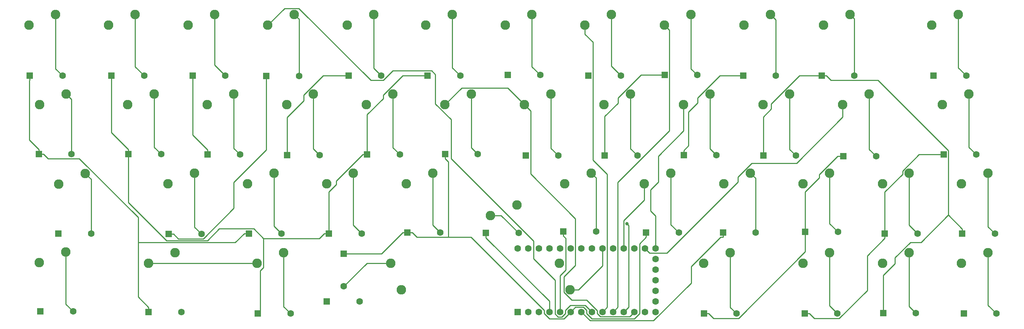
<source format=gbr>
G04 #@! TF.GenerationSoftware,KiCad,Pcbnew,(5.0.1-3-g963ef8bb5)*
G04 #@! TF.CreationDate,2018-12-21T01:17:29-08:00*
G04 #@! TF.ProjectId,snackymini-keyboard,736E61636B796D696E692D6B6579626F,rev?*
G04 #@! TF.SameCoordinates,Original*
G04 #@! TF.FileFunction,Copper,L2,Bot,Signal*
G04 #@! TF.FilePolarity,Positive*
%FSLAX46Y46*%
G04 Gerber Fmt 4.6, Leading zero omitted, Abs format (unit mm)*
G04 Created by KiCad (PCBNEW (5.0.1-3-g963ef8bb5)) date Friday, December 21, 2018 at 01:17:29 AM*
%MOMM*%
%LPD*%
G01*
G04 APERTURE LIST*
G04 #@! TA.AperFunction,ComponentPad*
%ADD10R,1.600000X1.600000*%
G04 #@! TD*
G04 #@! TA.AperFunction,ComponentPad*
%ADD11C,1.600000*%
G04 #@! TD*
G04 #@! TA.AperFunction,ComponentPad*
%ADD12C,2.286000*%
G04 #@! TD*
G04 #@! TA.AperFunction,ViaPad*
%ADD13C,0.800000*%
G04 #@! TD*
G04 #@! TA.AperFunction,Conductor*
%ADD14C,0.250000*%
G04 #@! TD*
G04 APERTURE END LIST*
D10*
G04 #@! TO.P,D1,1*
G04 #@! TO.N,ROW1*
X35724000Y-47625000D03*
D11*
G04 #@! TO.P,D1,2*
G04 #@! TO.N,Net-(D1-Pad2)*
X43524000Y-47625000D03*
G04 #@! TD*
D10*
G04 #@! TO.P,D2,1*
G04 #@! TO.N,ROW2*
X55282000Y-47625000D03*
D11*
G04 #@! TO.P,D2,2*
G04 #@! TO.N,Net-(D2-Pad2)*
X63082000Y-47625000D03*
G04 #@! TD*
G04 #@! TO.P,D3,2*
G04 #@! TO.N,Net-(D3-Pad2)*
X82513000Y-47625000D03*
D10*
G04 #@! TO.P,D3,1*
G04 #@! TO.N,ROW3*
X74713000Y-47625000D03*
G04 #@! TD*
D11*
G04 #@! TO.P,D4,2*
G04 #@! TO.N,Net-(D4-Pad2)*
X100166000Y-47752000D03*
D10*
G04 #@! TO.P,D4,1*
G04 #@! TO.N,ROW4*
X92366000Y-47752000D03*
G04 #@! TD*
G04 #@! TO.P,D5,1*
G04 #@! TO.N,ROW1*
X112051000Y-47625000D03*
D11*
G04 #@! TO.P,D5,2*
G04 #@! TO.N,Net-(D5-Pad2)*
X119851000Y-47625000D03*
G04 #@! TD*
D10*
G04 #@! TO.P,D6,1*
G04 #@! TO.N,ROW2*
X130974000Y-47625000D03*
D11*
G04 #@! TO.P,D6,2*
G04 #@! TO.N,Net-(D6-Pad2)*
X138774000Y-47625000D03*
G04 #@! TD*
G04 #@! TO.P,D7,2*
G04 #@! TO.N,Net-(D7-Pad2)*
X157951000Y-47498000D03*
D10*
G04 #@! TO.P,D7,1*
G04 #@! TO.N,ROW3*
X150151000Y-47498000D03*
G04 #@! TD*
D11*
G04 #@! TO.P,D8,2*
G04 #@! TO.N,Net-(D8-Pad2)*
X177255000Y-47625000D03*
D10*
G04 #@! TO.P,D8,1*
G04 #@! TO.N,ROW4*
X169455000Y-47625000D03*
G04 #@! TD*
G04 #@! TO.P,D9,1*
G04 #@! TO.N,ROW1*
X187743000Y-47498000D03*
D11*
G04 #@! TO.P,D9,2*
G04 #@! TO.N,Net-(D9-Pad2)*
X195543000Y-47498000D03*
G04 #@! TD*
D10*
G04 #@! TO.P,D10,1*
G04 #@! TO.N,ROW2*
X206539000Y-47625000D03*
D11*
G04 #@! TO.P,D10,2*
G04 #@! TO.N,Net-(D10-Pad2)*
X214339000Y-47625000D03*
G04 #@! TD*
G04 #@! TO.P,D11,2*
G04 #@! TO.N,Net-(D11-Pad2)*
X233135000Y-47625000D03*
D10*
G04 #@! TO.P,D11,1*
G04 #@! TO.N,ROW3*
X225335000Y-47625000D03*
G04 #@! TD*
D11*
G04 #@! TO.P,D12,2*
G04 #@! TO.N,Net-(D12-Pad2)*
X259932000Y-47625000D03*
D10*
G04 #@! TO.P,D12,1*
G04 #@! TO.N,ROW4*
X252132000Y-47625000D03*
G04 #@! TD*
G04 #@! TO.P,D13,1*
G04 #@! TO.N,ROW1*
X37883000Y-66421000D03*
D11*
G04 #@! TO.P,D13,2*
G04 #@! TO.N,Net-(D13-Pad2)*
X45683000Y-66421000D03*
G04 #@! TD*
D10*
G04 #@! TO.P,D14,1*
G04 #@! TO.N,ROW2*
X59346000Y-66421000D03*
D11*
G04 #@! TO.P,D14,2*
G04 #@! TO.N,Net-(D14-Pad2)*
X67146000Y-66421000D03*
G04 #@! TD*
G04 #@! TO.P,D15,2*
G04 #@! TO.N,Net-(D15-Pad2)*
X86069000Y-66548000D03*
D10*
G04 #@! TO.P,D15,1*
G04 #@! TO.N,ROW3*
X78269000Y-66548000D03*
G04 #@! TD*
G04 #@! TO.P,D16,1*
G04 #@! TO.N,ROW1*
X97319000Y-66675000D03*
D11*
G04 #@! TO.P,D16,2*
G04 #@! TO.N,Net-(D16-Pad2)*
X105119000Y-66675000D03*
G04 #@! TD*
D10*
G04 #@! TO.P,D17,1*
G04 #@! TO.N,ROW2*
X116496000Y-66548000D03*
D11*
G04 #@! TO.P,D17,2*
G04 #@! TO.N,Net-(D17-Pad2)*
X124296000Y-66548000D03*
G04 #@! TD*
G04 #@! TO.P,D18,2*
G04 #@! TO.N,Net-(D18-Pad2)*
X142965000Y-66421000D03*
D10*
G04 #@! TO.P,D18,1*
G04 #@! TO.N,ROW3*
X135165000Y-66421000D03*
G04 #@! TD*
D11*
G04 #@! TO.P,D19,2*
G04 #@! TO.N,Net-(D19-Pad2)*
X162269000Y-66802000D03*
D10*
G04 #@! TO.P,D19,1*
G04 #@! TO.N,ROW4*
X154469000Y-66802000D03*
G04 #@! TD*
G04 #@! TO.P,D20,1*
G04 #@! TO.N,ROW1*
X173392000Y-66802000D03*
D11*
G04 #@! TO.P,D20,2*
G04 #@! TO.N,Net-(D20-Pad2)*
X181192000Y-66802000D03*
G04 #@! TD*
D10*
G04 #@! TO.P,D21,1*
G04 #@! TO.N,ROW2*
X192315000Y-66675000D03*
D11*
G04 #@! TO.P,D21,2*
G04 #@! TO.N,Net-(D21-Pad2)*
X200115000Y-66675000D03*
G04 #@! TD*
G04 #@! TO.P,D22,2*
G04 #@! TO.N,Net-(D22-Pad2)*
X219165000Y-66802000D03*
D10*
G04 #@! TO.P,D22,1*
G04 #@! TO.N,ROW3*
X211365000Y-66802000D03*
G04 #@! TD*
G04 #@! TO.P,D23,1*
G04 #@! TO.N,ROW1*
X230542000Y-66929000D03*
D11*
G04 #@! TO.P,D23,2*
G04 #@! TO.N,Net-(D23-Pad2)*
X238342000Y-66929000D03*
G04 #@! TD*
D10*
G04 #@! TO.P,D24,1*
G04 #@! TO.N,ROW2*
X254545000Y-66548000D03*
D11*
G04 #@! TO.P,D24,2*
G04 #@! TO.N,Net-(D24-Pad2)*
X262345000Y-66548000D03*
G04 #@! TD*
G04 #@! TO.P,D25,2*
G04 #@! TO.N,Net-(D25-Pad2)*
X50382000Y-85471000D03*
D10*
G04 #@! TO.P,D25,1*
G04 #@! TO.N,ROW3*
X42582000Y-85471000D03*
G04 #@! TD*
D11*
G04 #@! TO.P,D26,2*
G04 #@! TO.N,Net-(D26-Pad2)*
X76798000Y-85598000D03*
D10*
G04 #@! TO.P,D26,1*
G04 #@! TO.N,ROW4*
X68998000Y-85598000D03*
G04 #@! TD*
G04 #@! TO.P,D27,1*
G04 #@! TO.N,ROW1*
X88175000Y-85471000D03*
D11*
G04 #@! TO.P,D27,2*
G04 #@! TO.N,Net-(D27-Pad2)*
X95975000Y-85471000D03*
G04 #@! TD*
D10*
G04 #@! TO.P,D28,1*
G04 #@! TO.N,ROW2*
X107352000Y-85471000D03*
D11*
G04 #@! TO.P,D28,2*
G04 #@! TO.N,Net-(D28-Pad2)*
X115152000Y-85471000D03*
G04 #@! TD*
G04 #@! TO.P,D29,2*
G04 #@! TO.N,Net-(D29-Pad2)*
X133948000Y-85217000D03*
D10*
G04 #@! TO.P,D29,1*
G04 #@! TO.N,ROW3*
X126148000Y-85217000D03*
G04 #@! TD*
G04 #@! TO.P,D30,1*
G04 #@! TO.N,ROW1*
X144944000Y-85344000D03*
D11*
G04 #@! TO.P,D30,2*
G04 #@! TO.N,Net-(D30-Pad2)*
X152744000Y-85344000D03*
G04 #@! TD*
D10*
G04 #@! TO.P,D31,1*
G04 #@! TO.N,ROW2*
X163486000Y-84963000D03*
D11*
G04 #@! TO.P,D31,2*
G04 #@! TO.N,Net-(D31-Pad2)*
X171286000Y-84963000D03*
G04 #@! TD*
G04 #@! TO.P,D32,2*
G04 #@! TO.N,Net-(D32-Pad2)*
X191098000Y-85217000D03*
D10*
G04 #@! TO.P,D32,1*
G04 #@! TO.N,ROW3*
X183298000Y-85217000D03*
G04 #@! TD*
D11*
G04 #@! TO.P,D33,2*
G04 #@! TO.N,Net-(D33-Pad2)*
X209513000Y-85217000D03*
D10*
G04 #@! TO.P,D33,1*
G04 #@! TO.N,ROW4*
X201713000Y-85217000D03*
G04 #@! TD*
G04 #@! TO.P,D34,1*
G04 #@! TO.N,ROW1*
X221398000Y-85090000D03*
D11*
G04 #@! TO.P,D34,2*
G04 #@! TO.N,Net-(D34-Pad2)*
X229198000Y-85090000D03*
G04 #@! TD*
D10*
G04 #@! TO.P,D35,1*
G04 #@! TO.N,ROW2*
X240448000Y-85471000D03*
D11*
G04 #@! TO.P,D35,2*
G04 #@! TO.N,Net-(D35-Pad2)*
X248248000Y-85471000D03*
G04 #@! TD*
G04 #@! TO.P,D36,2*
G04 #@! TO.N,Net-(D36-Pad2)*
X266790000Y-85471000D03*
D10*
G04 #@! TO.P,D36,1*
G04 #@! TO.N,ROW3*
X258990000Y-85471000D03*
G04 #@! TD*
D11*
G04 #@! TO.P,D37,2*
G04 #@! TO.N,Net-(D37-Pad2)*
X46064000Y-104140000D03*
D10*
G04 #@! TO.P,D37,1*
G04 #@! TO.N,ROW4*
X38264000Y-104140000D03*
G04 #@! TD*
G04 #@! TO.P,D38,1*
G04 #@! TO.N,ROW1*
X64172000Y-104267000D03*
D11*
G04 #@! TO.P,D38,2*
G04 #@! TO.N,Net-(D38-Pad2)*
X71972000Y-104267000D03*
G04 #@! TD*
D10*
G04 #@! TO.P,D39,1*
G04 #@! TO.N,ROW2*
X90334000Y-104648000D03*
D11*
G04 #@! TO.P,D39,2*
G04 #@! TO.N,Net-(D39-Pad2)*
X98134000Y-104648000D03*
G04 #@! TD*
G04 #@! TO.P,D40,2*
G04 #@! TO.N,Net-(D40-Pad2)*
X110871000Y-98134000D03*
D10*
G04 #@! TO.P,D40,1*
G04 #@! TO.N,ROW3*
X110871000Y-90334000D03*
G04 #@! TD*
D11*
G04 #@! TO.P,D41,2*
G04 #@! TO.N,Net-(D41-Pad2)*
X114644000Y-101727000D03*
D10*
G04 #@! TO.P,D41,1*
G04 #@! TO.N,ROW4*
X106844000Y-101727000D03*
G04 #@! TD*
G04 #@! TO.P,D42,1*
G04 #@! TO.N,ROW1*
X197141000Y-104648000D03*
D11*
G04 #@! TO.P,D42,2*
G04 #@! TO.N,Net-(D42-Pad2)*
X204941000Y-104648000D03*
G04 #@! TD*
G04 #@! TO.P,D43,2*
G04 #@! TO.N,Net-(D43-Pad2)*
X229071000Y-104648000D03*
D10*
G04 #@! TO.P,D43,1*
G04 #@! TO.N,ROW2*
X221271000Y-104648000D03*
G04 #@! TD*
D11*
G04 #@! TO.P,D44,2*
G04 #@! TO.N,Net-(D44-Pad2)*
X247867000Y-104521000D03*
D10*
G04 #@! TO.P,D44,1*
G04 #@! TO.N,ROW3*
X240067000Y-104521000D03*
G04 #@! TD*
D11*
G04 #@! TO.P,D45,2*
G04 #@! TO.N,Net-(D45-Pad2)*
X267171000Y-104648000D03*
D10*
G04 #@! TO.P,D45,1*
G04 #@! TO.N,ROW4*
X259371000Y-104648000D03*
G04 #@! TD*
D12*
G04 #@! TO.P,SW1,1*
G04 #@! TO.N,Net-(D1-Pad2)*
X41910000Y-33020000D03*
G04 #@! TO.P,SW1,2*
G04 #@! TO.N,COL1*
X35560000Y-35560000D03*
G04 #@! TD*
G04 #@! TO.P,SW2,2*
G04 #@! TO.N,COL1*
X54610000Y-35560000D03*
G04 #@! TO.P,SW2,1*
G04 #@! TO.N,Net-(D2-Pad2)*
X60960000Y-33020000D03*
G04 #@! TD*
G04 #@! TO.P,SW3,1*
G04 #@! TO.N,Net-(D3-Pad2)*
X80010000Y-33020000D03*
G04 #@! TO.P,SW3,2*
G04 #@! TO.N,COL1*
X73660000Y-35560000D03*
G04 #@! TD*
G04 #@! TO.P,SW4,1*
G04 #@! TO.N,Net-(D4-Pad2)*
X99060000Y-33020000D03*
G04 #@! TO.P,SW4,2*
G04 #@! TO.N,COL1*
X92710000Y-35560000D03*
G04 #@! TD*
G04 #@! TO.P,SW5,1*
G04 #@! TO.N,Net-(D5-Pad2)*
X118110000Y-33020000D03*
G04 #@! TO.P,SW5,2*
G04 #@! TO.N,COL2*
X111760000Y-35560000D03*
G04 #@! TD*
G04 #@! TO.P,SW6,2*
G04 #@! TO.N,COL2*
X130556000Y-35560000D03*
G04 #@! TO.P,SW6,1*
G04 #@! TO.N,Net-(D6-Pad2)*
X136906000Y-33020000D03*
G04 #@! TD*
G04 #@! TO.P,SW7,1*
G04 #@! TO.N,Net-(D7-Pad2)*
X155956000Y-33020000D03*
G04 #@! TO.P,SW7,2*
G04 #@! TO.N,COL2*
X149606000Y-35560000D03*
G04 #@! TD*
G04 #@! TO.P,SW8,1*
G04 #@! TO.N,Net-(D8-Pad2)*
X175006000Y-33020000D03*
G04 #@! TO.P,SW8,2*
G04 #@! TO.N,COL2*
X168656000Y-35560000D03*
G04 #@! TD*
G04 #@! TO.P,SW9,2*
G04 #@! TO.N,COL3*
X187706000Y-35560000D03*
G04 #@! TO.P,SW9,1*
G04 #@! TO.N,Net-(D9-Pad2)*
X194056000Y-33020000D03*
G04 #@! TD*
G04 #@! TO.P,SW10,2*
G04 #@! TO.N,COL3*
X206756000Y-35560000D03*
G04 #@! TO.P,SW10,1*
G04 #@! TO.N,Net-(D10-Pad2)*
X213106000Y-33020000D03*
G04 #@! TD*
G04 #@! TO.P,SW11,1*
G04 #@! TO.N,Net-(D11-Pad2)*
X232156000Y-33020000D03*
G04 #@! TO.P,SW11,2*
G04 #@! TO.N,COL3*
X225806000Y-35560000D03*
G04 #@! TD*
G04 #@! TO.P,SW12,1*
G04 #@! TO.N,Net-(D12-Pad2)*
X258064000Y-33020000D03*
G04 #@! TO.P,SW12,2*
G04 #@! TO.N,COL3*
X251714000Y-35560000D03*
G04 #@! TD*
G04 #@! TO.P,SW13,2*
G04 #@! TO.N,COL4*
X38100000Y-54610000D03*
G04 #@! TO.P,SW13,1*
G04 #@! TO.N,Net-(D13-Pad2)*
X44450000Y-52070000D03*
G04 #@! TD*
G04 #@! TO.P,SW14,2*
G04 #@! TO.N,COL4*
X59182000Y-54610000D03*
G04 #@! TO.P,SW14,1*
G04 #@! TO.N,Net-(D14-Pad2)*
X65532000Y-52070000D03*
G04 #@! TD*
G04 #@! TO.P,SW15,1*
G04 #@! TO.N,Net-(D15-Pad2)*
X84582000Y-52070000D03*
G04 #@! TO.P,SW15,2*
G04 #@! TO.N,COL4*
X78232000Y-54610000D03*
G04 #@! TD*
G04 #@! TO.P,SW16,2*
G04 #@! TO.N,COL5*
X97282000Y-54610000D03*
G04 #@! TO.P,SW16,1*
G04 #@! TO.N,Net-(D16-Pad2)*
X103632000Y-52070000D03*
G04 #@! TD*
G04 #@! TO.P,SW17,2*
G04 #@! TO.N,COL5*
X116332000Y-54610000D03*
G04 #@! TO.P,SW17,1*
G04 #@! TO.N,Net-(D17-Pad2)*
X122682000Y-52070000D03*
G04 #@! TD*
G04 #@! TO.P,SW18,1*
G04 #@! TO.N,Net-(D18-Pad2)*
X141478000Y-52070000D03*
G04 #@! TO.P,SW18,2*
G04 #@! TO.N,COL5*
X135128000Y-54610000D03*
G04 #@! TD*
G04 #@! TO.P,SW19,1*
G04 #@! TO.N,Net-(D19-Pad2)*
X160528000Y-52070000D03*
G04 #@! TO.P,SW19,2*
G04 #@! TO.N,COL5*
X154178000Y-54610000D03*
G04 #@! TD*
G04 #@! TO.P,SW20,2*
G04 #@! TO.N,COL6*
X173228000Y-54610000D03*
G04 #@! TO.P,SW20,1*
G04 #@! TO.N,Net-(D20-Pad2)*
X179578000Y-52070000D03*
G04 #@! TD*
G04 #@! TO.P,SW21,2*
G04 #@! TO.N,COL6*
X192278000Y-54610000D03*
G04 #@! TO.P,SW21,1*
G04 #@! TO.N,Net-(D21-Pad2)*
X198628000Y-52070000D03*
G04 #@! TD*
G04 #@! TO.P,SW22,1*
G04 #@! TO.N,Net-(D22-Pad2)*
X217678000Y-52070000D03*
G04 #@! TO.P,SW22,2*
G04 #@! TO.N,COL6*
X211328000Y-54610000D03*
G04 #@! TD*
G04 #@! TO.P,SW23,2*
G04 #@! TO.N,COL7*
X230378000Y-54610000D03*
G04 #@! TO.P,SW23,1*
G04 #@! TO.N,Net-(D23-Pad2)*
X236728000Y-52070000D03*
G04 #@! TD*
G04 #@! TO.P,SW24,2*
G04 #@! TO.N,COL7*
X254254000Y-54610000D03*
G04 #@! TO.P,SW24,1*
G04 #@! TO.N,Net-(D24-Pad2)*
X260604000Y-52070000D03*
G04 #@! TD*
G04 #@! TO.P,SW25,1*
G04 #@! TO.N,Net-(D25-Pad2)*
X49022000Y-71120000D03*
G04 #@! TO.P,SW25,2*
G04 #@! TO.N,COL7*
X42672000Y-73660000D03*
G04 #@! TD*
G04 #@! TO.P,SW26,1*
G04 #@! TO.N,Net-(D26-Pad2)*
X75184000Y-70993000D03*
G04 #@! TO.P,SW26,2*
G04 #@! TO.N,COL7*
X68834000Y-73533000D03*
G04 #@! TD*
G04 #@! TO.P,SW27,2*
G04 #@! TO.N,COL8*
X87884000Y-73533000D03*
G04 #@! TO.P,SW27,1*
G04 #@! TO.N,Net-(D27-Pad2)*
X94234000Y-70993000D03*
G04 #@! TD*
G04 #@! TO.P,SW28,2*
G04 #@! TO.N,COL8*
X106807000Y-73533000D03*
G04 #@! TO.P,SW28,1*
G04 #@! TO.N,Net-(D28-Pad2)*
X113157000Y-70993000D03*
G04 #@! TD*
G04 #@! TO.P,SW29,1*
G04 #@! TO.N,Net-(D29-Pad2)*
X132207000Y-70993000D03*
G04 #@! TO.P,SW29,2*
G04 #@! TO.N,COL8*
X125857000Y-73533000D03*
G04 #@! TD*
G04 #@! TO.P,SW30,2*
G04 #@! TO.N,COL9*
X152400000Y-78613000D03*
G04 #@! TO.P,SW30,1*
G04 #@! TO.N,Net-(D30-Pad2)*
X146050000Y-81153000D03*
G04 #@! TD*
G04 #@! TO.P,SW31,2*
G04 #@! TO.N,COL9*
X163830000Y-73533000D03*
G04 #@! TO.P,SW31,1*
G04 #@! TO.N,Net-(D31-Pad2)*
X170180000Y-70993000D03*
G04 #@! TD*
G04 #@! TO.P,SW32,1*
G04 #@! TO.N,Net-(D32-Pad2)*
X189230000Y-70993000D03*
G04 #@! TO.P,SW32,2*
G04 #@! TO.N,COL9*
X182880000Y-73533000D03*
G04 #@! TD*
G04 #@! TO.P,SW33,2*
G04 #@! TO.N,COL9*
X201930000Y-73533000D03*
G04 #@! TO.P,SW33,1*
G04 #@! TO.N,Net-(D33-Pad2)*
X208280000Y-70993000D03*
G04 #@! TD*
G04 #@! TO.P,SW34,2*
G04 #@! TO.N,COL10*
X220853000Y-73533000D03*
G04 #@! TO.P,SW34,1*
G04 #@! TO.N,Net-(D34-Pad2)*
X227203000Y-70993000D03*
G04 #@! TD*
G04 #@! TO.P,SW35,2*
G04 #@! TO.N,COL10*
X239903000Y-73533000D03*
G04 #@! TO.P,SW35,1*
G04 #@! TO.N,Net-(D35-Pad2)*
X246253000Y-70993000D03*
G04 #@! TD*
G04 #@! TO.P,SW36,1*
G04 #@! TO.N,Net-(D36-Pad2)*
X265176000Y-70993000D03*
G04 #@! TO.P,SW36,2*
G04 #@! TO.N,COL10*
X258826000Y-73533000D03*
G04 #@! TD*
G04 #@! TO.P,SW37,1*
G04 #@! TO.N,Net-(D37-Pad2)*
X44323000Y-89916000D03*
G04 #@! TO.P,SW37,2*
G04 #@! TO.N,COL10*
X37973000Y-92456000D03*
G04 #@! TD*
G04 #@! TO.P,SW38,2*
G04 #@! TO.N,COL11*
X64135000Y-92583000D03*
G04 #@! TO.P,SW38,1*
G04 #@! TO.N,Net-(D38-Pad2)*
X70485000Y-90043000D03*
G04 #@! TD*
G04 #@! TO.P,SW39,2*
G04 #@! TO.N,COL11*
X90170000Y-92583000D03*
G04 #@! TO.P,SW39,1*
G04 #@! TO.N,Net-(D39-Pad2)*
X96520000Y-90043000D03*
G04 #@! TD*
G04 #@! TO.P,SW40,1*
G04 #@! TO.N,Net-(D40-Pad2)*
X122174000Y-92583000D03*
G04 #@! TO.P,SW40,2*
G04 #@! TO.N,COL11*
X124714000Y-98933000D03*
G04 #@! TD*
G04 #@! TO.P,SW41,1*
G04 #@! TO.N,Net-(D41-Pad2)*
X162560000Y-92583000D03*
G04 #@! TO.P,SW41,2*
G04 #@! TO.N,COL11*
X165100000Y-98933000D03*
G04 #@! TD*
G04 #@! TO.P,SW42,2*
G04 #@! TO.N,COL12*
X197104000Y-92583000D03*
G04 #@! TO.P,SW42,1*
G04 #@! TO.N,Net-(D42-Pad2)*
X203454000Y-90043000D03*
G04 #@! TD*
G04 #@! TO.P,SW43,1*
G04 #@! TO.N,Net-(D43-Pad2)*
X227203000Y-90043000D03*
G04 #@! TO.P,SW43,2*
G04 #@! TO.N,COL12*
X220853000Y-92583000D03*
G04 #@! TD*
G04 #@! TO.P,SW44,1*
G04 #@! TO.N,Net-(D44-Pad2)*
X246253000Y-90043000D03*
G04 #@! TO.P,SW44,2*
G04 #@! TO.N,COL12*
X239903000Y-92583000D03*
G04 #@! TD*
G04 #@! TO.P,SW45,1*
G04 #@! TO.N,Net-(D45-Pad2)*
X265176000Y-90043000D03*
G04 #@! TO.P,SW45,2*
G04 #@! TO.N,COL12*
X258826000Y-92583000D03*
G04 #@! TD*
D10*
G04 #@! TO.P,U1,1*
G04 #@! TO.N,Net-(U1-Pad1)*
X152527000Y-104267000D03*
D11*
G04 #@! TO.P,U1,2*
G04 #@! TO.N,Net-(U1-Pad2)*
X155067000Y-104267000D03*
G04 #@! TO.P,U1,3*
G04 #@! TO.N,Net-(U1-Pad3)*
X157607000Y-104267000D03*
G04 #@! TO.P,U1,4*
G04 #@! TO.N,ROW1*
X160147000Y-104267000D03*
G04 #@! TO.P,U1,5*
G04 #@! TO.N,ROW2*
X162687000Y-104267000D03*
G04 #@! TO.P,U1,6*
G04 #@! TO.N,ROW3*
X165227000Y-104267000D03*
G04 #@! TO.P,U1,7*
G04 #@! TO.N,ROW4*
X167767000Y-104267000D03*
G04 #@! TO.P,U1,8*
G04 #@! TO.N,COL1*
X170307000Y-104267000D03*
G04 #@! TO.P,U1,9*
G04 #@! TO.N,COL2*
X172847000Y-104267000D03*
G04 #@! TO.P,U1,10*
G04 #@! TO.N,COL3*
X175387000Y-104267000D03*
G04 #@! TO.P,U1,11*
G04 #@! TO.N,COL4*
X177927000Y-104267000D03*
G04 #@! TO.P,U1,12*
G04 #@! TO.N,COL5*
X180467000Y-104267000D03*
G04 #@! TO.P,U1,13*
G04 #@! TO.N,Net-(U1-Pad13)*
X183007000Y-104267000D03*
G04 #@! TO.P,U1,33*
G04 #@! TO.N,Net-(U1-Pad33)*
X152527000Y-89027000D03*
G04 #@! TO.P,U1,32*
G04 #@! TO.N,Net-(U1-Pad32)*
X155067000Y-89027000D03*
G04 #@! TO.P,U1,31*
G04 #@! TO.N,Net-(U1-Pad31)*
X157607000Y-89027000D03*
G04 #@! TO.P,U1,30*
G04 #@! TO.N,Net-(U1-Pad30)*
X160147000Y-89027000D03*
G04 #@! TO.P,U1,29*
G04 #@! TO.N,Net-(U1-Pad29)*
X162687000Y-89027000D03*
G04 #@! TO.P,U1,28*
G04 #@! TO.N,Net-(U1-Pad28)*
X165227000Y-89027000D03*
G04 #@! TO.P,U1,27*
G04 #@! TO.N,Net-(U1-Pad27)*
X167767000Y-89027000D03*
G04 #@! TO.P,U1,26*
G04 #@! TO.N,COL12*
X170307000Y-89027000D03*
G04 #@! TO.P,U1,25*
G04 #@! TO.N,COL11*
X172847000Y-89027000D03*
G04 #@! TO.P,U1,24*
G04 #@! TO.N,COL10*
X175387000Y-89027000D03*
G04 #@! TO.P,U1,23*
G04 #@! TO.N,COL9*
X177927000Y-89027000D03*
G04 #@! TO.P,U1,22*
G04 #@! TO.N,COL8*
X180467000Y-89027000D03*
G04 #@! TO.P,U1,21*
G04 #@! TO.N,COL7*
X183007000Y-89027000D03*
G04 #@! TO.P,U1,14*
G04 #@! TO.N,Net-(U1-Pad14)*
X185547000Y-104267000D03*
G04 #@! TO.P,U1,15*
G04 #@! TO.N,Net-(U1-Pad15)*
X185547000Y-101727000D03*
G04 #@! TO.P,U1,16*
G04 #@! TO.N,Net-(U1-Pad16)*
X185547000Y-99187000D03*
G04 #@! TO.P,U1,20*
G04 #@! TO.N,COL6*
X185547000Y-89027000D03*
G04 #@! TO.P,U1,19*
G04 #@! TO.N,Net-(U1-Pad19)*
X185547000Y-91567000D03*
G04 #@! TO.P,U1,18*
G04 #@! TO.N,Net-(U1-Pad18)*
X185547000Y-94107000D03*
G04 #@! TO.P,U1,17*
G04 #@! TO.N,Net-(U1-Pad17)*
X185547000Y-96647000D03*
G04 #@! TD*
D13*
G04 #@! TO.N,COL4*
X178680200Y-83111900D03*
G04 #@! TD*
D14*
G04 #@! TO.N,ROW1*
X144944000Y-86469300D02*
X160147000Y-101672300D01*
X160147000Y-101672300D02*
X160147000Y-104267000D01*
X61657500Y-87644000D02*
X61657500Y-100627200D01*
X61657500Y-100627200D02*
X64172000Y-103141700D01*
X39008300Y-66421000D02*
X40133600Y-67546300D01*
X40133600Y-67546300D02*
X47579900Y-67546300D01*
X47579900Y-67546300D02*
X61657500Y-81623900D01*
X61657500Y-81623900D02*
X61657500Y-87644000D01*
X61657500Y-87644000D02*
X84876700Y-87644000D01*
X84876700Y-87644000D02*
X87049700Y-85471000D01*
X64172000Y-104267000D02*
X64172000Y-103141700D01*
X37883000Y-66421000D02*
X39008300Y-66421000D01*
X88175000Y-85471000D02*
X87049700Y-85471000D01*
X187743000Y-47498000D02*
X182073400Y-47498000D01*
X182073400Y-47498000D02*
X176562400Y-53009000D01*
X176562400Y-53009000D02*
X176562400Y-54209200D01*
X176562400Y-54209200D02*
X173392000Y-57379600D01*
X173392000Y-57379600D02*
X173392000Y-66802000D01*
X97319000Y-66675000D02*
X97319000Y-57643000D01*
X97319000Y-57643000D02*
X101291400Y-53670600D01*
X101291400Y-53670600D02*
X101291400Y-52296500D01*
X101291400Y-52296500D02*
X105962900Y-47625000D01*
X105962900Y-47625000D02*
X112051000Y-47625000D01*
X221398000Y-85090000D02*
X221398000Y-75506100D01*
X221398000Y-75506100D02*
X224786500Y-72117600D01*
X224786500Y-72117600D02*
X224786500Y-71307300D01*
X224786500Y-71307300D02*
X229164800Y-66929000D01*
X229164800Y-66929000D02*
X230542000Y-66929000D01*
X198266300Y-104648000D02*
X199403200Y-105784900D01*
X199403200Y-105784900D02*
X205448500Y-105784900D01*
X205448500Y-105784900D02*
X221398000Y-89835400D01*
X221398000Y-89835400D02*
X221398000Y-85090000D01*
X144944000Y-85344000D02*
X144944000Y-86469300D01*
X197141000Y-104648000D02*
X198266300Y-104648000D01*
X35724000Y-47625000D02*
X35724000Y-48750300D01*
X37883000Y-66421000D02*
X37883000Y-65295700D01*
X37883000Y-65295700D02*
X35608900Y-63021600D01*
X35608900Y-63021600D02*
X35608900Y-48865400D01*
X35608900Y-48865400D02*
X35724000Y-48750300D01*
G04 #@! TO.N,Net-(D1-Pad2)*
X41910000Y-33020000D02*
X41910000Y-46011000D01*
X41910000Y-46011000D02*
X43524000Y-47625000D01*
G04 #@! TO.N,ROW2*
X116493900Y-66548000D02*
X116493900Y-56966200D01*
X116493900Y-56966200D02*
X120333400Y-53126700D01*
X120333400Y-53126700D02*
X120333400Y-52321400D01*
X120333400Y-52321400D02*
X125029800Y-47625000D01*
X125029800Y-47625000D02*
X130974000Y-47625000D01*
X116493900Y-66548000D02*
X116425700Y-66548000D01*
X116496000Y-66548000D02*
X116493900Y-66548000D01*
X116422700Y-66548000D02*
X115933400Y-66548000D01*
X116425700Y-66548000D02*
X116422700Y-66548000D01*
X163486000Y-84963000D02*
X163486000Y-86088300D01*
X162687000Y-104267000D02*
X162687000Y-95571200D01*
X162687000Y-95571200D02*
X164029300Y-94228900D01*
X164029300Y-94228900D02*
X164029300Y-86631600D01*
X164029300Y-86631600D02*
X163486000Y-86088300D01*
X91690100Y-86664800D02*
X89370900Y-84345600D01*
X89370900Y-84345600D02*
X81104100Y-84345600D01*
X81104100Y-84345600D02*
X78256000Y-87193700D01*
X78256000Y-87193700D02*
X68491400Y-87193700D01*
X68491400Y-87193700D02*
X59346000Y-78048300D01*
X59346000Y-78048300D02*
X59346000Y-66421000D01*
X90896700Y-104648000D02*
X90896700Y-94374400D01*
X90896700Y-94374400D02*
X91690100Y-93581000D01*
X91690100Y-93581000D02*
X91690100Y-86664800D01*
X107352000Y-85471000D02*
X106226700Y-85471000D01*
X106226700Y-85471000D02*
X105032900Y-86664800D01*
X105032900Y-86664800D02*
X91690100Y-86664800D01*
X115933400Y-66548000D02*
X115451700Y-66548000D01*
X115451700Y-66548000D02*
X109104400Y-72895300D01*
X109104400Y-72895300D02*
X109104400Y-73753700D01*
X109104400Y-73753700D02*
X107352000Y-75506100D01*
X107352000Y-75506100D02*
X107352000Y-85471000D01*
X90334000Y-104648000D02*
X90896700Y-104648000D01*
X192315000Y-66675000D02*
X192315000Y-65549700D01*
X206539000Y-47625000D02*
X200996400Y-47625000D01*
X200996400Y-47625000D02*
X195612400Y-53009000D01*
X195612400Y-53009000D02*
X195612400Y-54186400D01*
X195612400Y-54186400D02*
X193440300Y-56358500D01*
X193440300Y-56358500D02*
X193440300Y-64424400D01*
X193440300Y-64424400D02*
X192315000Y-65549700D01*
X240448000Y-85471000D02*
X240448000Y-86596300D01*
X221271000Y-104648000D02*
X222396300Y-104648000D01*
X222396300Y-104648000D02*
X223580200Y-105831900D01*
X223580200Y-105831900D02*
X229521400Y-105831900D01*
X229521400Y-105831900D02*
X236248300Y-99105000D01*
X236248300Y-99105000D02*
X236248300Y-90796000D01*
X236248300Y-90796000D02*
X240448000Y-86596300D01*
X240448000Y-85471000D02*
X240448000Y-75506100D01*
X240448000Y-75506100D02*
X244695300Y-71258800D01*
X244695300Y-71258800D02*
X244695300Y-70472800D01*
X244695300Y-70472800D02*
X248620100Y-66548000D01*
X248620100Y-66548000D02*
X254545000Y-66548000D01*
X59346000Y-66421000D02*
X59346000Y-65295700D01*
X59346000Y-65295700D02*
X55282000Y-61231700D01*
X55282000Y-61231700D02*
X55282000Y-47625000D01*
G04 #@! TO.N,Net-(D2-Pad2)*
X60960000Y-33020000D02*
X60960000Y-45503000D01*
X60960000Y-45503000D02*
X63082000Y-47625000D01*
G04 #@! TO.N,Net-(D3-Pad2)*
X80010000Y-33020000D02*
X80010000Y-45122000D01*
X80010000Y-45122000D02*
X82513000Y-47625000D01*
G04 #@! TO.N,ROW3*
X135926000Y-86342300D02*
X128398600Y-86342300D01*
X128398600Y-86342300D02*
X127273300Y-85217000D01*
X165227000Y-104267000D02*
X163602600Y-105891400D01*
X163602600Y-105891400D02*
X160173800Y-105891400D01*
X160173800Y-105891400D02*
X158877000Y-104594600D01*
X158877000Y-104594600D02*
X158877000Y-103868100D01*
X158877000Y-103868100D02*
X141351200Y-86342300D01*
X141351200Y-86342300D02*
X135926000Y-86342300D01*
X135926000Y-86342300D02*
X135926000Y-68307300D01*
X135926000Y-68307300D02*
X135165000Y-67546300D01*
X135165000Y-66421000D02*
X135165000Y-67546300D01*
X126148000Y-85217000D02*
X127273300Y-85217000D01*
X183298000Y-86342300D02*
X181737000Y-87903300D01*
X181737000Y-87903300D02*
X181737000Y-104588600D01*
X181737000Y-104588600D02*
X180429500Y-105896100D01*
X180429500Y-105896100D02*
X170292500Y-105896100D01*
X170292500Y-105896100D02*
X169037000Y-104640600D01*
X169037000Y-104640600D02*
X169037000Y-103862300D01*
X169037000Y-103862300D02*
X168309300Y-103134600D01*
X168309300Y-103134600D02*
X166359400Y-103134600D01*
X166359400Y-103134600D02*
X165227000Y-104267000D01*
X126148000Y-85217000D02*
X125022700Y-85217000D01*
X110871000Y-90334000D02*
X119905700Y-90334000D01*
X119905700Y-90334000D02*
X125022700Y-85217000D01*
X255670300Y-81026000D02*
X258990000Y-84345700D01*
X226460300Y-47625000D02*
X227585600Y-48750300D01*
X227585600Y-48750300D02*
X238821600Y-48750300D01*
X238821600Y-48750300D02*
X255670300Y-65599000D01*
X255670300Y-65599000D02*
X255670300Y-81026000D01*
X240067000Y-104521000D02*
X240067000Y-95489000D01*
X240067000Y-95489000D02*
X242904900Y-92651100D01*
X242904900Y-92651100D02*
X242904900Y-91252300D01*
X242904900Y-91252300D02*
X246568000Y-87589200D01*
X246568000Y-87589200D02*
X249107100Y-87589200D01*
X249107100Y-87589200D02*
X255670300Y-81026000D01*
X258990000Y-85471000D02*
X258990000Y-84345700D01*
X225335000Y-47625000D02*
X226460300Y-47625000D01*
X211365000Y-66802000D02*
X211365000Y-57506600D01*
X211365000Y-57506600D02*
X213230000Y-55641600D01*
X213230000Y-55641600D02*
X213230000Y-54433100D01*
X213230000Y-54433100D02*
X220038100Y-47625000D01*
X220038100Y-47625000D02*
X225335000Y-47625000D01*
X183298000Y-85217000D02*
X183298000Y-86342300D01*
X78269000Y-66548000D02*
X78269000Y-65422700D01*
X74713000Y-48750300D02*
X74713000Y-61866700D01*
X74713000Y-61866700D02*
X78269000Y-65422700D01*
X74713000Y-47625000D02*
X74713000Y-48750300D01*
G04 #@! TO.N,Net-(D4-Pad2)*
X99060000Y-33020000D02*
X100166000Y-34126000D01*
X100166000Y-34126000D02*
X100166000Y-47752000D01*
G04 #@! TO.N,ROW4*
X68998000Y-85598000D02*
X70123300Y-85598000D01*
X70123300Y-85598000D02*
X71268700Y-86743400D01*
X71268700Y-86743400D02*
X77270800Y-86743400D01*
X77270800Y-86743400D02*
X84582200Y-79432000D01*
X84582200Y-79432000D02*
X84582200Y-73240700D01*
X84582200Y-73240700D02*
X92366000Y-65456900D01*
X92366000Y-65456900D02*
X92366000Y-47752000D01*
X167767000Y-104267000D02*
X169846400Y-106346400D01*
X169846400Y-106346400D02*
X185074500Y-106346400D01*
X185074500Y-106346400D02*
X194112300Y-97308600D01*
X194112300Y-97308600D02*
X194112300Y-93380400D01*
X194112300Y-93380400D02*
X201150400Y-86342300D01*
X201150400Y-86342300D02*
X201713000Y-86342300D01*
X201713000Y-85217000D02*
X201713000Y-86342300D01*
G04 #@! TO.N,Net-(D5-Pad2)*
X118110000Y-33020000D02*
X118110000Y-45884000D01*
X118110000Y-45884000D02*
X119851000Y-47625000D01*
G04 #@! TO.N,Net-(D6-Pad2)*
X136906000Y-33020000D02*
X136906000Y-45757000D01*
X136906000Y-45757000D02*
X138774000Y-47625000D01*
G04 #@! TO.N,Net-(D7-Pad2)*
X155956000Y-33020000D02*
X155956000Y-45503000D01*
X155956000Y-45503000D02*
X157951000Y-47498000D01*
G04 #@! TO.N,Net-(D8-Pad2)*
X175006000Y-33020000D02*
X175006000Y-45376000D01*
X175006000Y-45376000D02*
X177255000Y-47625000D01*
G04 #@! TO.N,Net-(D9-Pad2)*
X194056000Y-33020000D02*
X194056000Y-46011000D01*
X194056000Y-46011000D02*
X195543000Y-47498000D01*
G04 #@! TO.N,Net-(D10-Pad2)*
X213106000Y-33020000D02*
X214339000Y-34253000D01*
X214339000Y-34253000D02*
X214339000Y-47625000D01*
G04 #@! TO.N,Net-(D11-Pad2)*
X232156000Y-33020000D02*
X233135000Y-33999000D01*
X233135000Y-33999000D02*
X233135000Y-47625000D01*
G04 #@! TO.N,Net-(D12-Pad2)*
X258064000Y-33020000D02*
X258064000Y-45757000D01*
X258064000Y-45757000D02*
X259932000Y-47625000D01*
G04 #@! TO.N,Net-(D13-Pad2)*
X44450000Y-52070000D02*
X45683000Y-53303000D01*
X45683000Y-53303000D02*
X45683000Y-66421000D01*
G04 #@! TO.N,Net-(D14-Pad2)*
X65532000Y-52070000D02*
X65532000Y-64807000D01*
X65532000Y-64807000D02*
X67146000Y-66421000D01*
G04 #@! TO.N,Net-(D15-Pad2)*
X84582000Y-52070000D02*
X84582000Y-65061000D01*
X84582000Y-65061000D02*
X86069000Y-66548000D01*
G04 #@! TO.N,Net-(D16-Pad2)*
X103632000Y-52070000D02*
X103632000Y-65188000D01*
X103632000Y-65188000D02*
X105119000Y-66675000D01*
G04 #@! TO.N,Net-(D17-Pad2)*
X122682000Y-52070000D02*
X122682000Y-64934000D01*
X122682000Y-64934000D02*
X124296000Y-66548000D01*
G04 #@! TO.N,Net-(D18-Pad2)*
X141478000Y-52070000D02*
X141478000Y-64934000D01*
X141478000Y-64934000D02*
X142965000Y-66421000D01*
G04 #@! TO.N,Net-(D19-Pad2)*
X162269000Y-66802000D02*
X160528000Y-65061000D01*
X160528000Y-65061000D02*
X160528000Y-52070000D01*
G04 #@! TO.N,Net-(D20-Pad2)*
X179578000Y-52070000D02*
X179578000Y-65188000D01*
X179578000Y-65188000D02*
X181192000Y-66802000D01*
G04 #@! TO.N,Net-(D21-Pad2)*
X198628000Y-52070000D02*
X198628000Y-65188000D01*
X198628000Y-65188000D02*
X200115000Y-66675000D01*
G04 #@! TO.N,Net-(D22-Pad2)*
X217678000Y-52070000D02*
X217678000Y-65315000D01*
X217678000Y-65315000D02*
X219165000Y-66802000D01*
G04 #@! TO.N,Net-(D23-Pad2)*
X236728000Y-52070000D02*
X236728000Y-65315000D01*
X236728000Y-65315000D02*
X238342000Y-66929000D01*
G04 #@! TO.N,Net-(D24-Pad2)*
X260604000Y-52070000D02*
X260604000Y-64807000D01*
X260604000Y-64807000D02*
X262345000Y-66548000D01*
G04 #@! TO.N,Net-(D25-Pad2)*
X49022000Y-71120000D02*
X50382000Y-72480000D01*
X50382000Y-72480000D02*
X50382000Y-85471000D01*
G04 #@! TO.N,Net-(D26-Pad2)*
X75184000Y-70993000D02*
X75184000Y-83984000D01*
X75184000Y-83984000D02*
X76798000Y-85598000D01*
G04 #@! TO.N,Net-(D27-Pad2)*
X94234000Y-70993000D02*
X94234000Y-83730000D01*
X94234000Y-83730000D02*
X95975000Y-85471000D01*
G04 #@! TO.N,Net-(D28-Pad2)*
X113157000Y-70993000D02*
X113157000Y-83476000D01*
X113157000Y-83476000D02*
X115152000Y-85471000D01*
G04 #@! TO.N,Net-(D29-Pad2)*
X132207000Y-70993000D02*
X132207000Y-83476000D01*
X132207000Y-83476000D02*
X133948000Y-85217000D01*
G04 #@! TO.N,Net-(D30-Pad2)*
X146050000Y-81153000D02*
X148553000Y-81153000D01*
X148553000Y-81153000D02*
X152744000Y-85344000D01*
G04 #@! TO.N,Net-(D31-Pad2)*
X170180000Y-70993000D02*
X171286000Y-72099000D01*
X171286000Y-72099000D02*
X171286000Y-84963000D01*
G04 #@! TO.N,Net-(D32-Pad2)*
X189230000Y-70993000D02*
X189230000Y-83349000D01*
X189230000Y-83349000D02*
X191098000Y-85217000D01*
G04 #@! TO.N,Net-(D33-Pad2)*
X208280000Y-70993000D02*
X209513000Y-72226000D01*
X209513000Y-72226000D02*
X209513000Y-85217000D01*
G04 #@! TO.N,Net-(D34-Pad2)*
X227203000Y-70993000D02*
X227203000Y-83095000D01*
X227203000Y-83095000D02*
X229198000Y-85090000D01*
G04 #@! TO.N,Net-(D35-Pad2)*
X246253000Y-70993000D02*
X246253000Y-83476000D01*
X246253000Y-83476000D02*
X248248000Y-85471000D01*
G04 #@! TO.N,Net-(D36-Pad2)*
X265176000Y-70993000D02*
X265176000Y-83857000D01*
X265176000Y-83857000D02*
X266790000Y-85471000D01*
G04 #@! TO.N,Net-(D37-Pad2)*
X44323000Y-89916000D02*
X44323000Y-102399000D01*
X44323000Y-102399000D02*
X46064000Y-104140000D01*
G04 #@! TO.N,Net-(D39-Pad2)*
X96520000Y-90043000D02*
X96520000Y-103034000D01*
X96520000Y-103034000D02*
X98134000Y-104648000D01*
G04 #@! TO.N,Net-(D40-Pad2)*
X122174000Y-92583000D02*
X116422000Y-92583000D01*
X116422000Y-92583000D02*
X110871000Y-98134000D01*
G04 #@! TO.N,Net-(D42-Pad2)*
X203454000Y-90043000D02*
X203454000Y-103161000D01*
X203454000Y-103161000D02*
X204941000Y-104648000D01*
G04 #@! TO.N,Net-(D43-Pad2)*
X227203000Y-90043000D02*
X227203000Y-102780000D01*
X227203000Y-102780000D02*
X229071000Y-104648000D01*
G04 #@! TO.N,Net-(D44-Pad2)*
X246253000Y-90043000D02*
X246253000Y-102907000D01*
X246253000Y-102907000D02*
X247867000Y-104521000D01*
G04 #@! TO.N,Net-(D45-Pad2)*
X265176000Y-90043000D02*
X265176000Y-102653000D01*
X265176000Y-102653000D02*
X267171000Y-104648000D01*
G04 #@! TO.N,COL1*
X170307000Y-104267000D02*
X168698000Y-102658000D01*
X168698000Y-102658000D02*
X165168400Y-102658000D01*
X165168400Y-102658000D02*
X163957000Y-103869400D01*
X163957000Y-103869400D02*
X163957000Y-104598700D01*
X163957000Y-104598700D02*
X163114700Y-105441000D01*
X163114700Y-105441000D02*
X162216500Y-105441000D01*
X162216500Y-105441000D02*
X161463900Y-104688400D01*
X161463900Y-104688400D02*
X161463900Y-96623300D01*
X161463900Y-96623300D02*
X156337000Y-91496400D01*
X156337000Y-91496400D02*
X156337000Y-87236500D01*
X156337000Y-87236500D02*
X136618700Y-67518200D01*
X136618700Y-67518200D02*
X136618700Y-58177300D01*
X136618700Y-58177300D02*
X132829500Y-54388100D01*
X132829500Y-54388100D02*
X132829500Y-47360700D01*
X132829500Y-47360700D02*
X131968400Y-46499600D01*
X131968400Y-46499600D02*
X122631900Y-46499600D01*
X122631900Y-46499600D02*
X120349400Y-48782100D01*
X120349400Y-48782100D02*
X117396300Y-48782100D01*
X117396300Y-48782100D02*
X100145000Y-31530800D01*
X100145000Y-31530800D02*
X96739200Y-31530800D01*
X96739200Y-31530800D02*
X92710000Y-35560000D01*
G04 #@! TO.N,COL2*
X172847000Y-104267000D02*
X173975600Y-103138400D01*
X173975600Y-103138400D02*
X173975600Y-71233600D01*
X173975600Y-71233600D02*
X170580400Y-67838400D01*
X170580400Y-67838400D02*
X170580400Y-39630800D01*
X170580400Y-39630800D02*
X168656000Y-37706400D01*
X168656000Y-37706400D02*
X168656000Y-35560000D01*
G04 #@! TO.N,COL3*
X175387000Y-104267000D02*
X176512400Y-103141600D01*
X176512400Y-103141600D02*
X176512400Y-73197000D01*
X176512400Y-73197000D02*
X188868400Y-60841000D01*
X188868400Y-60841000D02*
X188868400Y-36722400D01*
X188868400Y-36722400D02*
X187706000Y-35560000D01*
G04 #@! TO.N,COL4*
X177927000Y-104267000D02*
X179076100Y-103117900D01*
X179076100Y-103117900D02*
X179076100Y-83507800D01*
X179076100Y-83507800D02*
X178680200Y-83111900D01*
G04 #@! TO.N,COL5*
X180467000Y-104267000D02*
X179338400Y-105395600D01*
X179338400Y-105395600D02*
X172328700Y-105395600D01*
X172328700Y-105395600D02*
X171577000Y-104643900D01*
X171577000Y-104643900D02*
X171577000Y-103945500D01*
X171577000Y-103945500D02*
X169043000Y-101411500D01*
X169043000Y-101411500D02*
X165483200Y-101411500D01*
X165483200Y-101411500D02*
X163630900Y-99559200D01*
X163630900Y-99559200D02*
X163630900Y-95852100D01*
X163630900Y-95852100D02*
X166352400Y-93130600D01*
X166352400Y-93130600D02*
X166352400Y-81891600D01*
X166352400Y-81891600D02*
X155668700Y-71207900D01*
X155668700Y-71207900D02*
X155668700Y-56100700D01*
X155668700Y-56100700D02*
X154178000Y-54610000D01*
X135128000Y-54610000D02*
X139150200Y-50587800D01*
X139150200Y-50587800D02*
X150155800Y-50587800D01*
X150155800Y-50587800D02*
X154178000Y-54610000D01*
G04 #@! TO.N,COL6*
X192278000Y-54610000D02*
X192278000Y-60847900D01*
X192278000Y-60847900D02*
X186214400Y-66911500D01*
X186214400Y-66911500D02*
X186214400Y-73109400D01*
X186214400Y-73109400D02*
X184345800Y-74978000D01*
X184345800Y-74978000D02*
X184345800Y-80056300D01*
X184345800Y-80056300D02*
X185547000Y-81257500D01*
X185547000Y-81257500D02*
X185547000Y-89027000D01*
G04 #@! TO.N,COL7*
X230378000Y-54610000D02*
X230378000Y-57581600D01*
X230378000Y-57581600D02*
X219355500Y-68604100D01*
X219355500Y-68604100D02*
X208592300Y-68604100D01*
X208592300Y-68604100D02*
X205264400Y-71932000D01*
X205264400Y-71932000D02*
X205264400Y-73132100D01*
X205264400Y-73132100D02*
X188244100Y-90152400D01*
X188244100Y-90152400D02*
X184132400Y-90152400D01*
X184132400Y-90152400D02*
X183007000Y-89027000D01*
G04 #@! TO.N,COL9*
X177927000Y-89027000D02*
X177927000Y-82389000D01*
X177927000Y-82389000D02*
X182880000Y-77436000D01*
X182880000Y-77436000D02*
X182880000Y-73533000D01*
G04 #@! TO.N,COL11*
X90170000Y-92583000D02*
X64135000Y-92583000D01*
X172847000Y-89027000D02*
X172847000Y-93205100D01*
X172847000Y-93205100D02*
X167119100Y-98933000D01*
X167119100Y-98933000D02*
X165100000Y-98933000D01*
G04 #@! TD*
M02*

</source>
